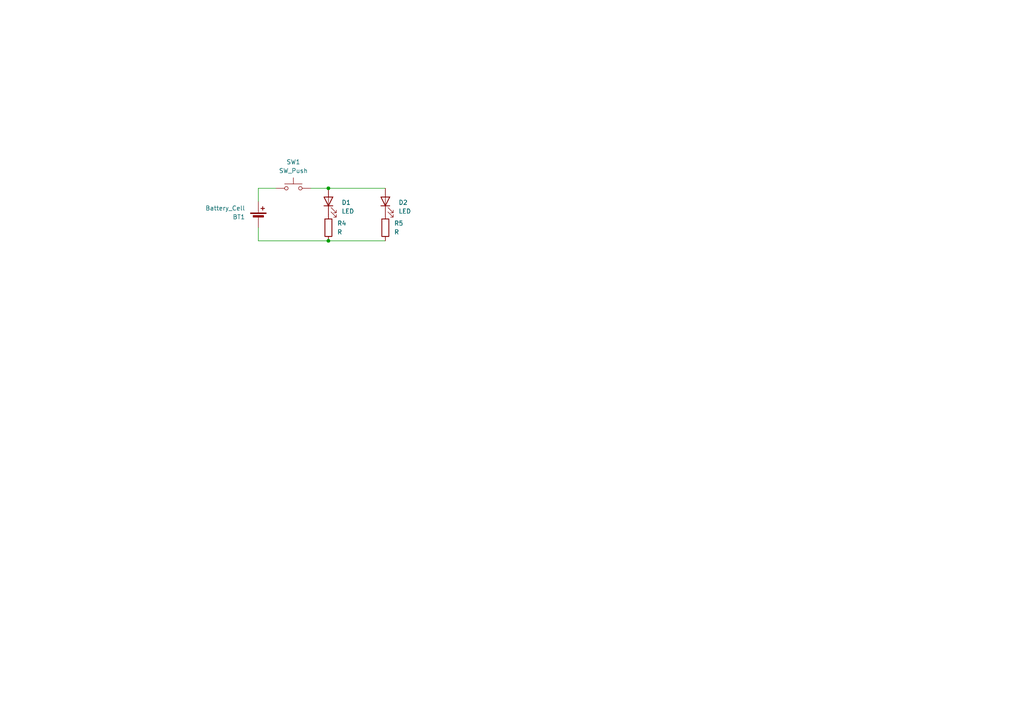
<source format=kicad_sch>
(kicad_sch (version 20250114) (generator "eeschema") (generator_version "9.0")
  (paper "A4")
  (lib_symbols
    (symbol "Device:Battery_Cell" (pin_numbers (hide yes)) (pin_names (offset 0) (hide yes))
      (property "Reference" "BT" (at 2.54 2.54 0))
      (property "Value" "Battery_Cell" (at 2.54 0 0))
      (symbol "Battery_Cell_0_1"
        (rectangle (start -2.286 1.778) (end 2.286 1.524) (fill (type outline)))
        (rectangle (start -1.524 1.016) (end 1.524 0.508) (fill (type outline)))
        (polyline (pts (xy 0 1.778) (xy 0 2.54)))
        (polyline (pts (xy 0 0.762) (xy 0 0)))
        (polyline (pts (xy 0.762 3.048) (xy 1.778 3.048)) (stroke (width 0.254)))
        (polyline (pts (xy 1.27 3.556) (xy 1.27 2.54)) (stroke (width 0.254)))
      )
      (symbol "Battery_Cell_1_1"
        (pin passive line (at 0 5.08 270) (length 2.54) (name "+") (number "1"))
        (pin passive line (at 0 -2.54 90) (length 2.54) (name "-") (number "2"))
      )
    )
    (symbol "Device:LED" (pin_numbers (hide yes)) (pin_names (offset 1.016) (hide yes))
      (property "Reference" "D" (at 0 2.54 0))
      (property "Value" "LED" (at 0 -2.54 0))
      (symbol "LED_0_1"
        (polyline (pts (xy -3.048 -0.762) (xy -4.572 -2.286) (xy -3.81 -2.286) (xy -4.572 -2.286) (xy -4.572 -1.524)))
        (polyline (pts (xy -1.778 -0.762) (xy -3.302 -2.286) (xy -2.54 -2.286) (xy -3.302 -2.286) (xy -3.302 -1.524)))
        (polyline (pts (xy -1.27 0) (xy 1.27 0)))
        (polyline (pts (xy -1.27 -1.27) (xy -1.27 1.27)) (stroke (width 0.254)))
        (polyline (pts (xy 1.27 -1.27) (xy 1.27 1.27) (xy -1.27 0) (xy 1.27 -1.27)) (stroke (width 0.254)))
      )
      (symbol "LED_1_1"
        (pin passive line (at -3.81 0 0) (length 2.54) (name "K") (number "1"))
        (pin passive line (at 3.81 0 180) (length 2.54) (name "A") (number "2"))
      )
    )
    (symbol "Device:R" (pin_numbers (hide yes)) (pin_names (offset 0))
      (property "Reference" "R" (at 2.032 0 90))
      (property "Value" "R" (at 0 0 90))
      (symbol "R_0_1"
        (rectangle (start -1.016 -2.54) (end 1.016 2.54) (stroke (width 0.254)))
      )
      (symbol "R_1_1"
        (pin passive line (at 0 3.81 270) (length 1.27) (name "~") (number "1"))
        (pin passive line (at 0 -3.81 90) (length 1.27) (name "~") (number "2"))
      )
    )
    (symbol "Switch:SW_Push" (pin_numbers (hide yes)) (pin_names (offset 1.016) (hide yes))
      (property "Reference" "SW" (at 1.27 2.54 0))
      (property "Value" "SW_Push" (at 0 -1.524 0))
      (symbol "SW_Push_0_1"
        (circle (center -2.032 0) (radius 0.508))
        (polyline (pts (xy 0 1.27) (xy 0 3.048)))
        (circle (center 2.032 0) (radius 0.508))
        (polyline (pts (xy 2.54 1.27) (xy -2.54 1.27)))
        (pin passive line (at -5.08 0 0) (length 2.54) (name "1") (number "1"))
        (pin passive line (at 5.08 0 180) (length 2.54) (name "2") (number "2"))
      )
    )
  )
  (junction (at 95.25 69.85))
  (junction (at 95.25 54.61))
  (wire (pts (xy 74.93 69.85) (xy 95.25 69.85)))
  (wire (pts (xy 74.93 66.04) (xy 74.93 69.85)))
  (wire (pts (xy 95.25 69.85) (xy 111.76 69.85)))
  (wire (pts (xy 95.25 54.61) (xy 90.17 54.61)))
  (wire (pts (xy 95.25 54.61) (xy 111.76 54.61)))
  (wire (pts (xy 74.93 54.61) (xy 74.93 58.42)))
  (wire (pts (xy 80.01 54.61) (xy 74.93 54.61)))
  (symbol (lib_id "Switch:SW_Push") (at 85.09 54.61 0) (unit 1)
    (property "Reference" "SW1" (at 85.09 46.99 0))
    (property "Value" "SW_Push" (at 85.09 49.53 0))
    (property "Footprint" "Button_Switch_THT:SW_PUSH_6mm" (effects (hide yes)))
    (property "Description" "Push button switch, generic, two pins" (effects (hide yes)))
  )
  (symbol (lib_id "Device:LED") (at 111.76 58.42 90) (unit 1)
    (property "Reference" "D2" (at 115.57 58.7374 90) (effects (justify right)))
    (property "Value" "LED" (at 115.57 61.2774 90) (effects (justify right)))
    (property "Footprint" "LED_THT:LED_D5.0mm" (effects (hide yes)))
    (property "Description" "Light emitting diode" (effects (hide yes)))
    (property "Sim.Pins" "1=K 2=A" (effects (hide yes)))
  )
  (symbol (lib_id "Device:R") (at 111.76 66.04 0) (unit 1)
    (property "Reference" "R5" (at 114.3 64.7699 0) (effects (justify left)))
    (property "Value" "R" (at 114.3 67.3099 0) (effects (justify left)))
    (property "Footprint" "Resistor_THT:R_Axial_DIN0207_L6.3mm_D2.5mm_P7.62mm_Horizontal" (effects (hide yes)))
    (property "Description" "Resistor" (effects (hide yes)))
  )
  (symbol (lib_id "Device:Battery_Cell") (at 74.93 63.5 0) (unit 1)
    (property "Reference" "BT1" (at 71.12 62.9286 0) (effects (justify right)))
    (property "Value" "Battery_Cell" (at 71.12 60.3886 0) (effects (justify right)))
    (property "Footprint" "Battery:BatteryHolder_Keystone_3034_1x20mm" (effects (hide yes)))
    (property "Description" "Single-cell battery" (effects (hide yes)))
  )
  (symbol (lib_id "Device:R") (at 95.25 66.04 0) (unit 1)
    (property "Reference" "R4" (at 97.79 64.7699 0) (effects (justify left)))
    (property "Value" "R" (at 97.79 67.3099 0) (effects (justify left)))
    (property "Footprint" "Resistor_THT:R_Axial_DIN0207_L6.3mm_D2.5mm_P7.62mm_Horizontal" (effects (hide yes)))
    (property "Description" "Resistor" (effects (hide yes)))
  )
  (symbol (lib_id "Device:LED") (at 95.25 58.42 90) (unit 1)
    (property "Reference" "D1" (at 99.06 58.7374 90) (effects (justify right)))
    (property "Value" "LED" (at 99.06 61.2774 90) (effects (justify right)))
    (property "Footprint" "LED_THT:LED_D5.0mm" (effects (hide yes)))
    (property "Description" "Light emitting diode" (effects (hide yes)))
    (property "Sim.Pins" "1=K 2=A" (effects (hide yes)))
  )
)
</source>
